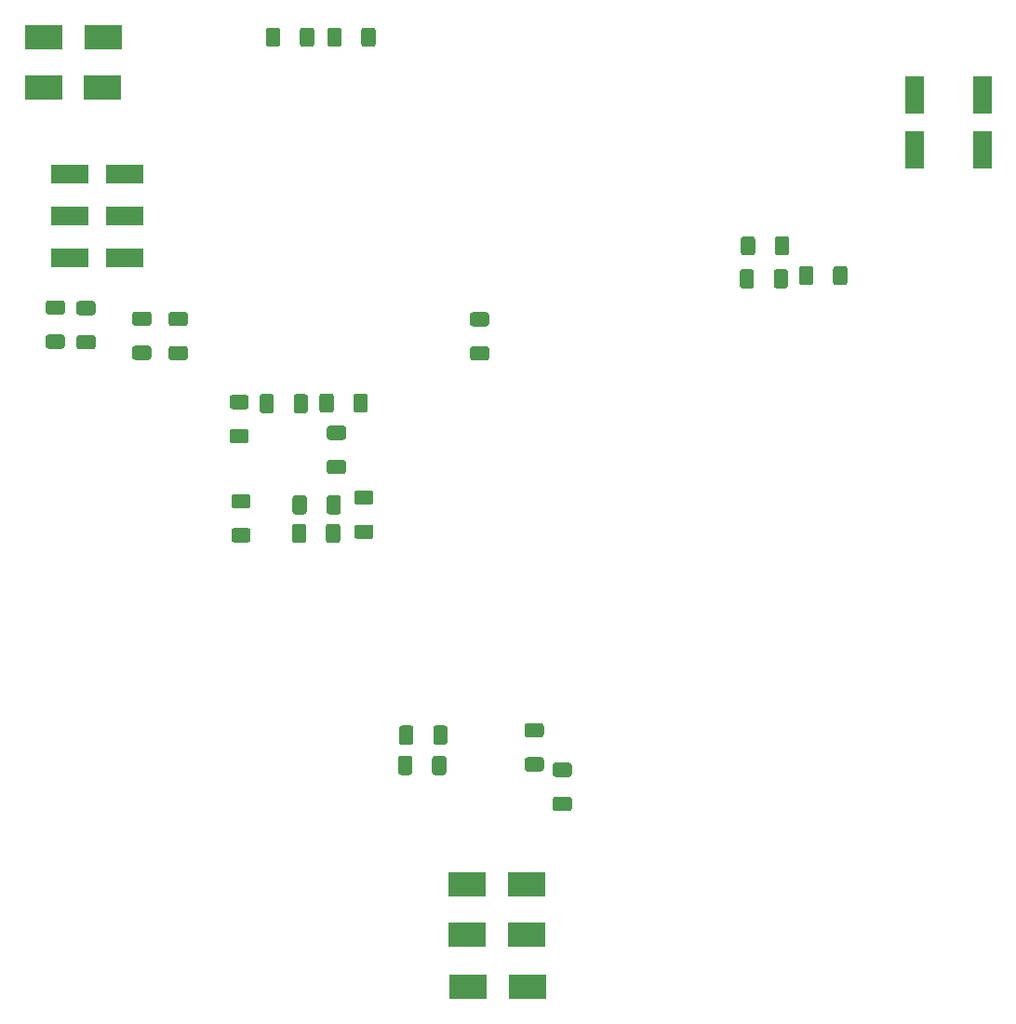
<source format=gbp>
%TF.GenerationSoftware,KiCad,Pcbnew,5.1.10-88a1d61d58~88~ubuntu18.04.1*%
%TF.CreationDate,2021-05-26T02:41:18+03:00*%
%TF.ProjectId,Micra Cruise Control Schemantics,4d696372-6120-4437-9275-69736520436f,rev?*%
%TF.SameCoordinates,Original*%
%TF.FileFunction,Paste,Bot*%
%TF.FilePolarity,Positive*%
%FSLAX46Y46*%
G04 Gerber Fmt 4.6, Leading zero omitted, Abs format (unit mm)*
G04 Created by KiCad (PCBNEW 5.1.10-88a1d61d58~88~ubuntu18.04.1) date 2021-05-26 02:41:18*
%MOMM*%
%LPD*%
G01*
G04 APERTURE LIST*
%ADD10R,3.500000X1.800000*%
%ADD11R,3.500000X2.300000*%
%ADD12R,1.800000X3.500000*%
G04 APERTURE END LIST*
%TO.C,R26*%
G36*
G01*
X113200000Y-64725001D02*
X113200000Y-63474999D01*
G75*
G02*
X113449999Y-63225000I249999J0D01*
G01*
X114250001Y-63225000D01*
G75*
G02*
X114500000Y-63474999I0J-249999D01*
G01*
X114500000Y-64725001D01*
G75*
G02*
X114250001Y-64975000I-249999J0D01*
G01*
X113449999Y-64975000D01*
G75*
G02*
X113200000Y-64725001I0J249999D01*
G01*
G37*
G36*
G01*
X110100000Y-64725001D02*
X110100000Y-63474999D01*
G75*
G02*
X110349999Y-63225000I249999J0D01*
G01*
X111150001Y-63225000D01*
G75*
G02*
X111400000Y-63474999I0J-249999D01*
G01*
X111400000Y-64725001D01*
G75*
G02*
X111150001Y-64975000I-249999J0D01*
G01*
X110349999Y-64975000D01*
G75*
G02*
X110100000Y-64725001I0J249999D01*
G01*
G37*
%TD*%
%TO.C,R25*%
G36*
G01*
X71125001Y-84950000D02*
X69874999Y-84950000D01*
G75*
G02*
X69625000Y-84700001I0J249999D01*
G01*
X69625000Y-83899999D01*
G75*
G02*
X69874999Y-83650000I249999J0D01*
G01*
X71125001Y-83650000D01*
G75*
G02*
X71375000Y-83899999I0J-249999D01*
G01*
X71375000Y-84700001D01*
G75*
G02*
X71125001Y-84950000I-249999J0D01*
G01*
G37*
G36*
G01*
X71125001Y-88050000D02*
X69874999Y-88050000D01*
G75*
G02*
X69625000Y-87800001I0J249999D01*
G01*
X69625000Y-86999999D01*
G75*
G02*
X69874999Y-86750000I249999J0D01*
G01*
X71125001Y-86750000D01*
G75*
G02*
X71375000Y-86999999I0J-249999D01*
G01*
X71375000Y-87800001D01*
G75*
G02*
X71125001Y-88050000I-249999J0D01*
G01*
G37*
%TD*%
%TO.C,R24*%
G36*
G01*
X69550000Y-76325001D02*
X69550000Y-75074999D01*
G75*
G02*
X69799999Y-74825000I249999J0D01*
G01*
X70600001Y-74825000D01*
G75*
G02*
X70850000Y-75074999I0J-249999D01*
G01*
X70850000Y-76325001D01*
G75*
G02*
X70600001Y-76575000I-249999J0D01*
G01*
X69799999Y-76575000D01*
G75*
G02*
X69550000Y-76325001I0J249999D01*
G01*
G37*
G36*
G01*
X66450000Y-76325001D02*
X66450000Y-75074999D01*
G75*
G02*
X66699999Y-74825000I249999J0D01*
G01*
X67500001Y-74825000D01*
G75*
G02*
X67750000Y-75074999I0J-249999D01*
G01*
X67750000Y-76325001D01*
G75*
G02*
X67500001Y-76575000I-249999J0D01*
G01*
X66699999Y-76575000D01*
G75*
G02*
X66450000Y-76325001I0J249999D01*
G01*
G37*
%TD*%
%TO.C,R23*%
G36*
G01*
X67100000Y-85575001D02*
X67100000Y-84324999D01*
G75*
G02*
X67349999Y-84075000I249999J0D01*
G01*
X68150001Y-84075000D01*
G75*
G02*
X68400000Y-84324999I0J-249999D01*
G01*
X68400000Y-85575001D01*
G75*
G02*
X68150001Y-85825000I-249999J0D01*
G01*
X67349999Y-85825000D01*
G75*
G02*
X67100000Y-85575001I0J249999D01*
G01*
G37*
G36*
G01*
X64000000Y-85575001D02*
X64000000Y-84324999D01*
G75*
G02*
X64249999Y-84075000I249999J0D01*
G01*
X65050001Y-84075000D01*
G75*
G02*
X65300000Y-84324999I0J-249999D01*
G01*
X65300000Y-85575001D01*
G75*
G02*
X65050001Y-85825000I-249999J0D01*
G01*
X64249999Y-85825000D01*
G75*
G02*
X64000000Y-85575001I0J249999D01*
G01*
G37*
%TD*%
%TO.C,R22*%
G36*
G01*
X68625001Y-79050000D02*
X67374999Y-79050000D01*
G75*
G02*
X67125000Y-78800001I0J249999D01*
G01*
X67125000Y-77999999D01*
G75*
G02*
X67374999Y-77750000I249999J0D01*
G01*
X68625001Y-77750000D01*
G75*
G02*
X68875000Y-77999999I0J-249999D01*
G01*
X68875000Y-78800001D01*
G75*
G02*
X68625001Y-79050000I-249999J0D01*
G01*
G37*
G36*
G01*
X68625001Y-82150000D02*
X67374999Y-82150000D01*
G75*
G02*
X67125000Y-81900001I0J249999D01*
G01*
X67125000Y-81099999D01*
G75*
G02*
X67374999Y-80850000I249999J0D01*
G01*
X68625001Y-80850000D01*
G75*
G02*
X68875000Y-81099999I0J-249999D01*
G01*
X68875000Y-81900001D01*
G75*
G02*
X68625001Y-82150000I-249999J0D01*
G01*
G37*
%TD*%
%TO.C,R21*%
G36*
G01*
X43043001Y-67654000D02*
X41792999Y-67654000D01*
G75*
G02*
X41543000Y-67404001I0J249999D01*
G01*
X41543000Y-66603999D01*
G75*
G02*
X41792999Y-66354000I249999J0D01*
G01*
X43043001Y-66354000D01*
G75*
G02*
X43293000Y-66603999I0J-249999D01*
G01*
X43293000Y-67404001D01*
G75*
G02*
X43043001Y-67654000I-249999J0D01*
G01*
G37*
G36*
G01*
X43043001Y-70754000D02*
X41792999Y-70754000D01*
G75*
G02*
X41543000Y-70504001I0J249999D01*
G01*
X41543000Y-69703999D01*
G75*
G02*
X41792999Y-69454000I249999J0D01*
G01*
X43043001Y-69454000D01*
G75*
G02*
X43293000Y-69703999I0J-249999D01*
G01*
X43293000Y-70504001D01*
G75*
G02*
X43043001Y-70754000I-249999J0D01*
G01*
G37*
%TD*%
%TO.C,R20*%
G36*
G01*
X52968999Y-70496000D02*
X54219001Y-70496000D01*
G75*
G02*
X54469000Y-70745999I0J-249999D01*
G01*
X54469000Y-71546001D01*
G75*
G02*
X54219001Y-71796000I-249999J0D01*
G01*
X52968999Y-71796000D01*
G75*
G02*
X52719000Y-71546001I0J249999D01*
G01*
X52719000Y-70745999D01*
G75*
G02*
X52968999Y-70496000I249999J0D01*
G01*
G37*
G36*
G01*
X52968999Y-67396000D02*
X54219001Y-67396000D01*
G75*
G02*
X54469000Y-67645999I0J-249999D01*
G01*
X54469000Y-68446001D01*
G75*
G02*
X54219001Y-68696000I-249999J0D01*
G01*
X52968999Y-68696000D01*
G75*
G02*
X52719000Y-68446001I0J249999D01*
G01*
X52719000Y-67645999D01*
G75*
G02*
X52968999Y-67396000I249999J0D01*
G01*
G37*
%TD*%
%TO.C,R19*%
G36*
G01*
X45837001Y-67706000D02*
X44586999Y-67706000D01*
G75*
G02*
X44337000Y-67456001I0J249999D01*
G01*
X44337000Y-66655999D01*
G75*
G02*
X44586999Y-66406000I249999J0D01*
G01*
X45837001Y-66406000D01*
G75*
G02*
X46087000Y-66655999I0J-249999D01*
G01*
X46087000Y-67456001D01*
G75*
G02*
X45837001Y-67706000I-249999J0D01*
G01*
G37*
G36*
G01*
X45837001Y-70806000D02*
X44586999Y-70806000D01*
G75*
G02*
X44337000Y-70556001I0J249999D01*
G01*
X44337000Y-69755999D01*
G75*
G02*
X44586999Y-69506000I249999J0D01*
G01*
X45837001Y-69506000D01*
G75*
G02*
X46087000Y-69755999I0J-249999D01*
G01*
X46087000Y-70556001D01*
G75*
G02*
X45837001Y-70806000I-249999J0D01*
G01*
G37*
%TD*%
%TO.C,R18*%
G36*
G01*
X80400999Y-70522000D02*
X81651001Y-70522000D01*
G75*
G02*
X81901000Y-70771999I0J-249999D01*
G01*
X81901000Y-71572001D01*
G75*
G02*
X81651001Y-71822000I-249999J0D01*
G01*
X80400999Y-71822000D01*
G75*
G02*
X80151000Y-71572001I0J249999D01*
G01*
X80151000Y-70771999D01*
G75*
G02*
X80400999Y-70522000I249999J0D01*
G01*
G37*
G36*
G01*
X80400999Y-67422000D02*
X81651001Y-67422000D01*
G75*
G02*
X81901000Y-67671999I0J-249999D01*
G01*
X81901000Y-68472001D01*
G75*
G02*
X81651001Y-68722000I-249999J0D01*
G01*
X80400999Y-68722000D01*
G75*
G02*
X80151000Y-68472001I0J249999D01*
G01*
X80151000Y-67671999D01*
G75*
G02*
X80400999Y-67422000I249999J0D01*
G01*
G37*
%TD*%
%TO.C,R17*%
G36*
G01*
X49666999Y-70470000D02*
X50917001Y-70470000D01*
G75*
G02*
X51167000Y-70719999I0J-249999D01*
G01*
X51167000Y-71520001D01*
G75*
G02*
X50917001Y-71770000I-249999J0D01*
G01*
X49666999Y-71770000D01*
G75*
G02*
X49417000Y-71520001I0J249999D01*
G01*
X49417000Y-70719999D01*
G75*
G02*
X49666999Y-70470000I249999J0D01*
G01*
G37*
G36*
G01*
X49666999Y-67370000D02*
X50917001Y-67370000D01*
G75*
G02*
X51167000Y-67619999I0J-249999D01*
G01*
X51167000Y-68420001D01*
G75*
G02*
X50917001Y-68670000I-249999J0D01*
G01*
X49666999Y-68670000D01*
G75*
G02*
X49417000Y-68420001I0J249999D01*
G01*
X49417000Y-67619999D01*
G75*
G02*
X49666999Y-67370000I249999J0D01*
G01*
G37*
%TD*%
%TO.C,R14*%
G36*
G01*
X106100000Y-60774999D02*
X106100000Y-62025001D01*
G75*
G02*
X105850001Y-62275000I-249999J0D01*
G01*
X105049999Y-62275000D01*
G75*
G02*
X104800000Y-62025001I0J249999D01*
G01*
X104800000Y-60774999D01*
G75*
G02*
X105049999Y-60525000I249999J0D01*
G01*
X105850001Y-60525000D01*
G75*
G02*
X106100000Y-60774999I0J-249999D01*
G01*
G37*
G36*
G01*
X109200000Y-60774999D02*
X109200000Y-62025001D01*
G75*
G02*
X108950001Y-62275000I-249999J0D01*
G01*
X108149999Y-62275000D01*
G75*
G02*
X107900000Y-62025001I0J249999D01*
G01*
X107900000Y-60774999D01*
G75*
G02*
X108149999Y-60525000I249999J0D01*
G01*
X108950001Y-60525000D01*
G75*
G02*
X109200000Y-60774999I0J-249999D01*
G01*
G37*
%TD*%
%TO.C,R13*%
G36*
G01*
X107800000Y-65025001D02*
X107800000Y-63774999D01*
G75*
G02*
X108049999Y-63525000I249999J0D01*
G01*
X108850001Y-63525000D01*
G75*
G02*
X109100000Y-63774999I0J-249999D01*
G01*
X109100000Y-65025001D01*
G75*
G02*
X108850001Y-65275000I-249999J0D01*
G01*
X108049999Y-65275000D01*
G75*
G02*
X107800000Y-65025001I0J249999D01*
G01*
G37*
G36*
G01*
X104700000Y-65025001D02*
X104700000Y-63774999D01*
G75*
G02*
X104949999Y-63525000I249999J0D01*
G01*
X105750001Y-63525000D01*
G75*
G02*
X106000000Y-63774999I0J-249999D01*
G01*
X106000000Y-65025001D01*
G75*
G02*
X105750001Y-65275000I-249999J0D01*
G01*
X104949999Y-65275000D01*
G75*
G02*
X104700000Y-65025001I0J249999D01*
G01*
G37*
%TD*%
%TO.C,R12*%
G36*
G01*
X74900000Y-108024999D02*
X74900000Y-109275001D01*
G75*
G02*
X74650001Y-109525000I-249999J0D01*
G01*
X73849999Y-109525000D01*
G75*
G02*
X73600000Y-109275001I0J249999D01*
G01*
X73600000Y-108024999D01*
G75*
G02*
X73849999Y-107775000I249999J0D01*
G01*
X74650001Y-107775000D01*
G75*
G02*
X74900000Y-108024999I0J-249999D01*
G01*
G37*
G36*
G01*
X78000000Y-108024999D02*
X78000000Y-109275001D01*
G75*
G02*
X77750001Y-109525000I-249999J0D01*
G01*
X76949999Y-109525000D01*
G75*
G02*
X76700000Y-109275001I0J249999D01*
G01*
X76700000Y-108024999D01*
G75*
G02*
X76949999Y-107775000I249999J0D01*
G01*
X77750001Y-107775000D01*
G75*
G02*
X78000000Y-108024999I0J-249999D01*
G01*
G37*
%TD*%
%TO.C,R11*%
G36*
G01*
X75000000Y-105274999D02*
X75000000Y-106525001D01*
G75*
G02*
X74750001Y-106775000I-249999J0D01*
G01*
X73949999Y-106775000D01*
G75*
G02*
X73700000Y-106525001I0J249999D01*
G01*
X73700000Y-105274999D01*
G75*
G02*
X73949999Y-105025000I249999J0D01*
G01*
X74750001Y-105025000D01*
G75*
G02*
X75000000Y-105274999I0J-249999D01*
G01*
G37*
G36*
G01*
X78100000Y-105274999D02*
X78100000Y-106525001D01*
G75*
G02*
X77850001Y-106775000I-249999J0D01*
G01*
X77049999Y-106775000D01*
G75*
G02*
X76800000Y-106525001I0J249999D01*
G01*
X76800000Y-105274999D01*
G75*
G02*
X77049999Y-105025000I249999J0D01*
G01*
X77850001Y-105025000D01*
G75*
G02*
X78100000Y-105274999I0J-249999D01*
G01*
G37*
%TD*%
%TO.C,R10*%
G36*
G01*
X89175001Y-109700000D02*
X87924999Y-109700000D01*
G75*
G02*
X87675000Y-109450001I0J249999D01*
G01*
X87675000Y-108649999D01*
G75*
G02*
X87924999Y-108400000I249999J0D01*
G01*
X89175001Y-108400000D01*
G75*
G02*
X89425000Y-108649999I0J-249999D01*
G01*
X89425000Y-109450001D01*
G75*
G02*
X89175001Y-109700000I-249999J0D01*
G01*
G37*
G36*
G01*
X89175001Y-112800000D02*
X87924999Y-112800000D01*
G75*
G02*
X87675000Y-112550001I0J249999D01*
G01*
X87675000Y-111749999D01*
G75*
G02*
X87924999Y-111500000I249999J0D01*
G01*
X89175001Y-111500000D01*
G75*
G02*
X89425000Y-111749999I0J-249999D01*
G01*
X89425000Y-112550001D01*
G75*
G02*
X89175001Y-112800000I-249999J0D01*
G01*
G37*
%TD*%
%TO.C,R9*%
G36*
G01*
X86625001Y-106100000D02*
X85374999Y-106100000D01*
G75*
G02*
X85125000Y-105850001I0J249999D01*
G01*
X85125000Y-105049999D01*
G75*
G02*
X85374999Y-104800000I249999J0D01*
G01*
X86625001Y-104800000D01*
G75*
G02*
X86875000Y-105049999I0J-249999D01*
G01*
X86875000Y-105850001D01*
G75*
G02*
X86625001Y-106100000I-249999J0D01*
G01*
G37*
G36*
G01*
X86625001Y-109200000D02*
X85374999Y-109200000D01*
G75*
G02*
X85125000Y-108950001I0J249999D01*
G01*
X85125000Y-108149999D01*
G75*
G02*
X85374999Y-107900000I249999J0D01*
G01*
X86625001Y-107900000D01*
G75*
G02*
X86875000Y-108149999I0J-249999D01*
G01*
X86875000Y-108950001D01*
G75*
G02*
X86625001Y-109200000I-249999J0D01*
G01*
G37*
%TD*%
%TO.C,R8*%
G36*
G01*
X67050000Y-88175001D02*
X67050000Y-86924999D01*
G75*
G02*
X67299999Y-86675000I249999J0D01*
G01*
X68100001Y-86675000D01*
G75*
G02*
X68350000Y-86924999I0J-249999D01*
G01*
X68350000Y-88175001D01*
G75*
G02*
X68100001Y-88425000I-249999J0D01*
G01*
X67299999Y-88425000D01*
G75*
G02*
X67050000Y-88175001I0J249999D01*
G01*
G37*
G36*
G01*
X63950000Y-88175001D02*
X63950000Y-86924999D01*
G75*
G02*
X64199999Y-86675000I249999J0D01*
G01*
X65000001Y-86675000D01*
G75*
G02*
X65250000Y-86924999I0J-249999D01*
G01*
X65250000Y-88175001D01*
G75*
G02*
X65000001Y-88425000I-249999J0D01*
G01*
X64199999Y-88425000D01*
G75*
G02*
X63950000Y-88175001I0J249999D01*
G01*
G37*
%TD*%
%TO.C,R7*%
G36*
G01*
X64100000Y-76375001D02*
X64100000Y-75124999D01*
G75*
G02*
X64349999Y-74875000I249999J0D01*
G01*
X65150001Y-74875000D01*
G75*
G02*
X65400000Y-75124999I0J-249999D01*
G01*
X65400000Y-76375001D01*
G75*
G02*
X65150001Y-76625000I-249999J0D01*
G01*
X64349999Y-76625000D01*
G75*
G02*
X64100000Y-76375001I0J249999D01*
G01*
G37*
G36*
G01*
X61000000Y-76375001D02*
X61000000Y-75124999D01*
G75*
G02*
X61249999Y-74875000I249999J0D01*
G01*
X62050001Y-74875000D01*
G75*
G02*
X62300000Y-75124999I0J-249999D01*
G01*
X62300000Y-76375001D01*
G75*
G02*
X62050001Y-76625000I-249999J0D01*
G01*
X61249999Y-76625000D01*
G75*
G02*
X61000000Y-76375001I0J249999D01*
G01*
G37*
%TD*%
%TO.C,R6*%
G36*
G01*
X58684999Y-87070000D02*
X59935001Y-87070000D01*
G75*
G02*
X60185000Y-87319999I0J-249999D01*
G01*
X60185000Y-88120001D01*
G75*
G02*
X59935001Y-88370000I-249999J0D01*
G01*
X58684999Y-88370000D01*
G75*
G02*
X58435000Y-88120001I0J249999D01*
G01*
X58435000Y-87319999D01*
G75*
G02*
X58684999Y-87070000I249999J0D01*
G01*
G37*
G36*
G01*
X58684999Y-83970000D02*
X59935001Y-83970000D01*
G75*
G02*
X60185000Y-84219999I0J-249999D01*
G01*
X60185000Y-85020001D01*
G75*
G02*
X59935001Y-85270000I-249999J0D01*
G01*
X58684999Y-85270000D01*
G75*
G02*
X58435000Y-85020001I0J249999D01*
G01*
X58435000Y-84219999D01*
G75*
G02*
X58684999Y-83970000I249999J0D01*
G01*
G37*
%TD*%
%TO.C,R5*%
G36*
G01*
X58524999Y-78050000D02*
X59775001Y-78050000D01*
G75*
G02*
X60025000Y-78299999I0J-249999D01*
G01*
X60025000Y-79100001D01*
G75*
G02*
X59775001Y-79350000I-249999J0D01*
G01*
X58524999Y-79350000D01*
G75*
G02*
X58275000Y-79100001I0J249999D01*
G01*
X58275000Y-78299999D01*
G75*
G02*
X58524999Y-78050000I249999J0D01*
G01*
G37*
G36*
G01*
X58524999Y-74950000D02*
X59775001Y-74950000D01*
G75*
G02*
X60025000Y-75199999I0J-249999D01*
G01*
X60025000Y-76000001D01*
G75*
G02*
X59775001Y-76250000I-249999J0D01*
G01*
X58524999Y-76250000D01*
G75*
G02*
X58275000Y-76000001I0J249999D01*
G01*
X58275000Y-75199999D01*
G75*
G02*
X58524999Y-74950000I249999J0D01*
G01*
G37*
%TD*%
%TO.C,R4*%
G36*
G01*
X70268000Y-43043001D02*
X70268000Y-41792999D01*
G75*
G02*
X70517999Y-41543000I249999J0D01*
G01*
X71318001Y-41543000D01*
G75*
G02*
X71568000Y-41792999I0J-249999D01*
G01*
X71568000Y-43043001D01*
G75*
G02*
X71318001Y-43293000I-249999J0D01*
G01*
X70517999Y-43293000D01*
G75*
G02*
X70268000Y-43043001I0J249999D01*
G01*
G37*
G36*
G01*
X67168000Y-43043001D02*
X67168000Y-41792999D01*
G75*
G02*
X67417999Y-41543000I249999J0D01*
G01*
X68218001Y-41543000D01*
G75*
G02*
X68468000Y-41792999I0J-249999D01*
G01*
X68468000Y-43043001D01*
G75*
G02*
X68218001Y-43293000I-249999J0D01*
G01*
X67417999Y-43293000D01*
G75*
G02*
X67168000Y-43043001I0J249999D01*
G01*
G37*
%TD*%
%TO.C,R3*%
G36*
G01*
X64680000Y-43043001D02*
X64680000Y-41792999D01*
G75*
G02*
X64929999Y-41543000I249999J0D01*
G01*
X65730001Y-41543000D01*
G75*
G02*
X65980000Y-41792999I0J-249999D01*
G01*
X65980000Y-43043001D01*
G75*
G02*
X65730001Y-43293000I-249999J0D01*
G01*
X64929999Y-43293000D01*
G75*
G02*
X64680000Y-43043001I0J249999D01*
G01*
G37*
G36*
G01*
X61580000Y-43043001D02*
X61580000Y-41792999D01*
G75*
G02*
X61829999Y-41543000I249999J0D01*
G01*
X62630001Y-41543000D01*
G75*
G02*
X62880000Y-41792999I0J-249999D01*
G01*
X62880000Y-43043001D01*
G75*
G02*
X62630001Y-43293000I-249999J0D01*
G01*
X61829999Y-43293000D01*
G75*
G02*
X61580000Y-43043001I0J249999D01*
G01*
G37*
%TD*%
D10*
%TO.C,D13*%
X43728000Y-62484000D03*
X48728000Y-62484000D03*
%TD*%
D11*
%TO.C,D12*%
X41336000Y-47000000D03*
X46736000Y-47000000D03*
%TD*%
%TO.C,D11*%
X41402000Y-42418000D03*
X46802000Y-42418000D03*
%TD*%
D12*
%TO.C,D10*%
X120650000Y-47630000D03*
X120650000Y-52630000D03*
%TD*%
%TO.C,D9*%
X126750000Y-47630000D03*
X126750000Y-52630000D03*
%TD*%
D11*
%TO.C,D6*%
X85300000Y-119450000D03*
X79900000Y-119450000D03*
%TD*%
D10*
%TO.C,D5*%
X43768000Y-58674000D03*
X48768000Y-58674000D03*
%TD*%
%TO.C,D4*%
X43728000Y-54864000D03*
X48728000Y-54864000D03*
%TD*%
D11*
%TO.C,D3*%
X85350000Y-128800000D03*
X79950000Y-128800000D03*
%TD*%
%TO.C,D2*%
X85300000Y-124050000D03*
X79900000Y-124050000D03*
%TD*%
M02*

</source>
